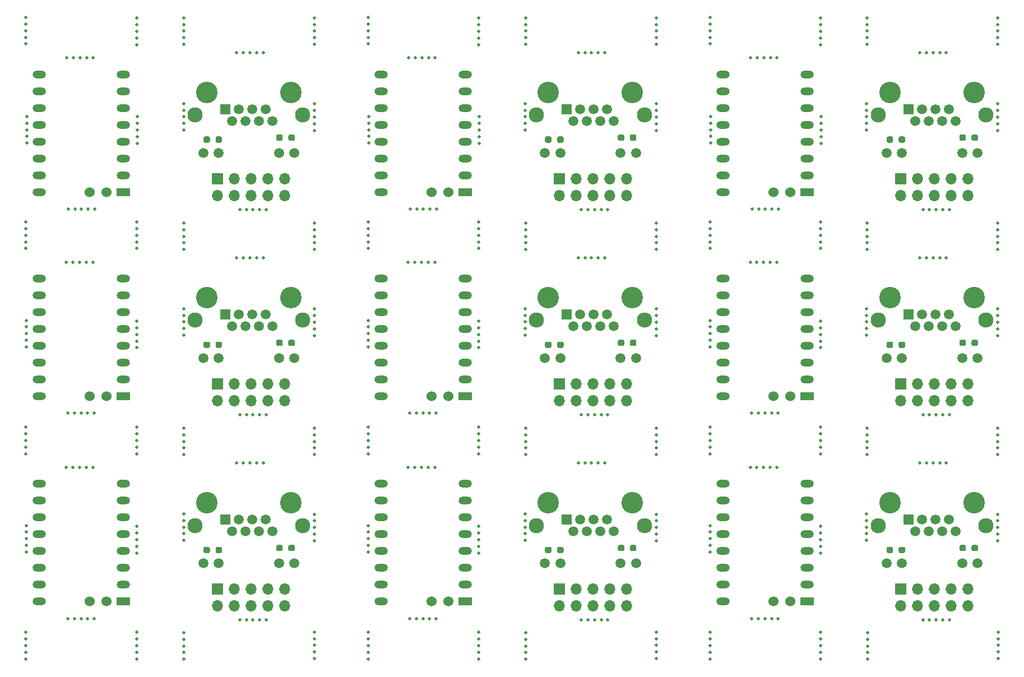
<source format=gbr>
%TF.GenerationSoftware,KiCad,Pcbnew,(5.1.8)-1*%
%TF.CreationDate,2021-02-10T13:28:33-06:00*%
%TF.ProjectId,PanelDrivers,50616e65-6c44-4726-9976-6572732e6b69,rev?*%
%TF.SameCoordinates,Original*%
%TF.FileFunction,Soldermask,Bot*%
%TF.FilePolarity,Negative*%
%FSLAX46Y46*%
G04 Gerber Fmt 4.6, Leading zero omitted, Abs format (unit mm)*
G04 Created by KiCad (PCBNEW (5.1.8)-1) date 2021-02-10 13:28:33*
%MOMM*%
%LPD*%
G01*
G04 APERTURE LIST*
%ADD10R,1.700000X1.700000*%
%ADD11O,1.700000X1.700000*%
%ADD12C,1.500000*%
%ADD13C,2.300000*%
%ADD14C,3.250000*%
%ADD15R,1.500000X1.500000*%
%ADD16C,0.500000*%
%ADD17O,2.000000X1.200000*%
%ADD18R,2.000000X1.200000*%
%ADD19C,1.524000*%
G04 APERTURE END LIST*
D10*
%TO.C,J5*%
X183456000Y-138612000D03*
D11*
X183456000Y-141152000D03*
X185996000Y-138612000D03*
X185996000Y-141152000D03*
X188536000Y-138612000D03*
X188536000Y-141152000D03*
X191076000Y-138612000D03*
X191076000Y-141152000D03*
X193616000Y-138612000D03*
X193616000Y-141152000D03*
%TD*%
D10*
%TO.C,J5*%
X131856000Y-138612000D03*
D11*
X131856000Y-141152000D03*
X134396000Y-138612000D03*
X134396000Y-141152000D03*
X136936000Y-138612000D03*
X136936000Y-141152000D03*
X139476000Y-138612000D03*
X139476000Y-141152000D03*
X142016000Y-138612000D03*
X142016000Y-141152000D03*
%TD*%
D10*
%TO.C,J5*%
X80256000Y-138612000D03*
D11*
X80256000Y-141152000D03*
X82796000Y-138612000D03*
X82796000Y-141152000D03*
X85336000Y-138612000D03*
X85336000Y-141152000D03*
X87876000Y-138612000D03*
X87876000Y-141152000D03*
X90416000Y-138612000D03*
X90416000Y-141152000D03*
%TD*%
D10*
%TO.C,J5*%
X183456000Y-107612000D03*
D11*
X183456000Y-110152000D03*
X185996000Y-107612000D03*
X185996000Y-110152000D03*
X188536000Y-107612000D03*
X188536000Y-110152000D03*
X191076000Y-107612000D03*
X191076000Y-110152000D03*
X193616000Y-107612000D03*
X193616000Y-110152000D03*
%TD*%
D10*
%TO.C,J5*%
X131856000Y-107612000D03*
D11*
X131856000Y-110152000D03*
X134396000Y-107612000D03*
X134396000Y-110152000D03*
X136936000Y-107612000D03*
X136936000Y-110152000D03*
X139476000Y-107612000D03*
X139476000Y-110152000D03*
X142016000Y-107612000D03*
X142016000Y-110152000D03*
%TD*%
D10*
%TO.C,J5*%
X80256000Y-107612000D03*
D11*
X80256000Y-110152000D03*
X82796000Y-107612000D03*
X82796000Y-110152000D03*
X85336000Y-107612000D03*
X85336000Y-110152000D03*
X87876000Y-107612000D03*
X87876000Y-110152000D03*
X90416000Y-107612000D03*
X90416000Y-110152000D03*
%TD*%
D10*
%TO.C,J5*%
X183456000Y-76612000D03*
D11*
X183456000Y-79152000D03*
X185996000Y-76612000D03*
X185996000Y-79152000D03*
X188536000Y-76612000D03*
X188536000Y-79152000D03*
X191076000Y-76612000D03*
X191076000Y-79152000D03*
X193616000Y-76612000D03*
X193616000Y-79152000D03*
%TD*%
D10*
%TO.C,J5*%
X131856000Y-76612000D03*
D11*
X131856000Y-79152000D03*
X134396000Y-76612000D03*
X134396000Y-79152000D03*
X136936000Y-76612000D03*
X136936000Y-79152000D03*
X139476000Y-76612000D03*
X139476000Y-79152000D03*
X142016000Y-76612000D03*
X142016000Y-79152000D03*
%TD*%
D12*
%TO.C,J6*%
X195020000Y-134700000D03*
X192730000Y-134700000D03*
X183590000Y-134700000D03*
X181300000Y-134700000D03*
D13*
X180030000Y-128990000D03*
X196290000Y-128990000D03*
D14*
X194510000Y-125560000D03*
X181810000Y-125560000D03*
D12*
X191712000Y-129880000D03*
X189680000Y-129880000D03*
X187648000Y-129880000D03*
X185616000Y-129880000D03*
X190696000Y-128100000D03*
X188664000Y-128100000D03*
X186632000Y-128100000D03*
D15*
X184600000Y-128100000D03*
%TD*%
D12*
%TO.C,J6*%
X143420000Y-134700000D03*
X141130000Y-134700000D03*
X131990000Y-134700000D03*
X129700000Y-134700000D03*
D13*
X128430000Y-128990000D03*
X144690000Y-128990000D03*
D14*
X142910000Y-125560000D03*
X130210000Y-125560000D03*
D12*
X140112000Y-129880000D03*
X138080000Y-129880000D03*
X136048000Y-129880000D03*
X134016000Y-129880000D03*
X139096000Y-128100000D03*
X137064000Y-128100000D03*
X135032000Y-128100000D03*
D15*
X133000000Y-128100000D03*
%TD*%
D12*
%TO.C,J6*%
X91820000Y-134700000D03*
X89530000Y-134700000D03*
X80390000Y-134700000D03*
X78100000Y-134700000D03*
D13*
X76830000Y-128990000D03*
X93090000Y-128990000D03*
D14*
X91310000Y-125560000D03*
X78610000Y-125560000D03*
D12*
X88512000Y-129880000D03*
X86480000Y-129880000D03*
X84448000Y-129880000D03*
X82416000Y-129880000D03*
X87496000Y-128100000D03*
X85464000Y-128100000D03*
X83432000Y-128100000D03*
D15*
X81400000Y-128100000D03*
%TD*%
D12*
%TO.C,J6*%
X195020000Y-103700000D03*
X192730000Y-103700000D03*
X183590000Y-103700000D03*
X181300000Y-103700000D03*
D13*
X180030000Y-97990000D03*
X196290000Y-97990000D03*
D14*
X194510000Y-94560000D03*
X181810000Y-94560000D03*
D12*
X191712000Y-98880000D03*
X189680000Y-98880000D03*
X187648000Y-98880000D03*
X185616000Y-98880000D03*
X190696000Y-97100000D03*
X188664000Y-97100000D03*
X186632000Y-97100000D03*
D15*
X184600000Y-97100000D03*
%TD*%
D12*
%TO.C,J6*%
X143420000Y-103700000D03*
X141130000Y-103700000D03*
X131990000Y-103700000D03*
X129700000Y-103700000D03*
D13*
X128430000Y-97990000D03*
X144690000Y-97990000D03*
D14*
X142910000Y-94560000D03*
X130210000Y-94560000D03*
D12*
X140112000Y-98880000D03*
X138080000Y-98880000D03*
X136048000Y-98880000D03*
X134016000Y-98880000D03*
X139096000Y-97100000D03*
X137064000Y-97100000D03*
X135032000Y-97100000D03*
D15*
X133000000Y-97100000D03*
%TD*%
D12*
%TO.C,J6*%
X91820000Y-103700000D03*
X89530000Y-103700000D03*
X80390000Y-103700000D03*
X78100000Y-103700000D03*
D13*
X76830000Y-97990000D03*
X93090000Y-97990000D03*
D14*
X91310000Y-94560000D03*
X78610000Y-94560000D03*
D12*
X88512000Y-98880000D03*
X86480000Y-98880000D03*
X84448000Y-98880000D03*
X82416000Y-98880000D03*
X87496000Y-97100000D03*
X85464000Y-97100000D03*
X83432000Y-97100000D03*
D15*
X81400000Y-97100000D03*
%TD*%
D12*
%TO.C,J6*%
X195020000Y-72700000D03*
X192730000Y-72700000D03*
X183590000Y-72700000D03*
X181300000Y-72700000D03*
D13*
X180030000Y-66990000D03*
X196290000Y-66990000D03*
D14*
X194510000Y-63560000D03*
X181810000Y-63560000D03*
D12*
X191712000Y-67880000D03*
X189680000Y-67880000D03*
X187648000Y-67880000D03*
X185616000Y-67880000D03*
X190696000Y-66100000D03*
X188664000Y-66100000D03*
X186632000Y-66100000D03*
D15*
X184600000Y-66100000D03*
%TD*%
D12*
%TO.C,J6*%
X143420000Y-72700000D03*
X141130000Y-72700000D03*
X131990000Y-72700000D03*
X129700000Y-72700000D03*
D13*
X128430000Y-66990000D03*
X144690000Y-66990000D03*
D14*
X142910000Y-63560000D03*
X130210000Y-63560000D03*
D12*
X140112000Y-67880000D03*
X138080000Y-67880000D03*
X136048000Y-67880000D03*
X134016000Y-67880000D03*
X139096000Y-66100000D03*
X137064000Y-66100000D03*
X135032000Y-66100000D03*
D15*
X133000000Y-66100000D03*
%TD*%
%TO.C,R40*%
G36*
G01*
X194125000Y-132637500D02*
X194125000Y-132162500D01*
G75*
G02*
X194362500Y-131925000I237500J0D01*
G01*
X194862500Y-131925000D01*
G75*
G02*
X195100000Y-132162500I0J-237500D01*
G01*
X195100000Y-132637500D01*
G75*
G02*
X194862500Y-132875000I-237500J0D01*
G01*
X194362500Y-132875000D01*
G75*
G02*
X194125000Y-132637500I0J237500D01*
G01*
G37*
G36*
G01*
X192300000Y-132637500D02*
X192300000Y-132162500D01*
G75*
G02*
X192537500Y-131925000I237500J0D01*
G01*
X193037500Y-131925000D01*
G75*
G02*
X193275000Y-132162500I0J-237500D01*
G01*
X193275000Y-132637500D01*
G75*
G02*
X193037500Y-132875000I-237500J0D01*
G01*
X192537500Y-132875000D01*
G75*
G02*
X192300000Y-132637500I0J237500D01*
G01*
G37*
%TD*%
%TO.C,R40*%
G36*
G01*
X142525000Y-132637500D02*
X142525000Y-132162500D01*
G75*
G02*
X142762500Y-131925000I237500J0D01*
G01*
X143262500Y-131925000D01*
G75*
G02*
X143500000Y-132162500I0J-237500D01*
G01*
X143500000Y-132637500D01*
G75*
G02*
X143262500Y-132875000I-237500J0D01*
G01*
X142762500Y-132875000D01*
G75*
G02*
X142525000Y-132637500I0J237500D01*
G01*
G37*
G36*
G01*
X140700000Y-132637500D02*
X140700000Y-132162500D01*
G75*
G02*
X140937500Y-131925000I237500J0D01*
G01*
X141437500Y-131925000D01*
G75*
G02*
X141675000Y-132162500I0J-237500D01*
G01*
X141675000Y-132637500D01*
G75*
G02*
X141437500Y-132875000I-237500J0D01*
G01*
X140937500Y-132875000D01*
G75*
G02*
X140700000Y-132637500I0J237500D01*
G01*
G37*
%TD*%
%TO.C,R40*%
G36*
G01*
X90925000Y-132637500D02*
X90925000Y-132162500D01*
G75*
G02*
X91162500Y-131925000I237500J0D01*
G01*
X91662500Y-131925000D01*
G75*
G02*
X91900000Y-132162500I0J-237500D01*
G01*
X91900000Y-132637500D01*
G75*
G02*
X91662500Y-132875000I-237500J0D01*
G01*
X91162500Y-132875000D01*
G75*
G02*
X90925000Y-132637500I0J237500D01*
G01*
G37*
G36*
G01*
X89100000Y-132637500D02*
X89100000Y-132162500D01*
G75*
G02*
X89337500Y-131925000I237500J0D01*
G01*
X89837500Y-131925000D01*
G75*
G02*
X90075000Y-132162500I0J-237500D01*
G01*
X90075000Y-132637500D01*
G75*
G02*
X89837500Y-132875000I-237500J0D01*
G01*
X89337500Y-132875000D01*
G75*
G02*
X89100000Y-132637500I0J237500D01*
G01*
G37*
%TD*%
%TO.C,R40*%
G36*
G01*
X194125000Y-101637500D02*
X194125000Y-101162500D01*
G75*
G02*
X194362500Y-100925000I237500J0D01*
G01*
X194862500Y-100925000D01*
G75*
G02*
X195100000Y-101162500I0J-237500D01*
G01*
X195100000Y-101637500D01*
G75*
G02*
X194862500Y-101875000I-237500J0D01*
G01*
X194362500Y-101875000D01*
G75*
G02*
X194125000Y-101637500I0J237500D01*
G01*
G37*
G36*
G01*
X192300000Y-101637500D02*
X192300000Y-101162500D01*
G75*
G02*
X192537500Y-100925000I237500J0D01*
G01*
X193037500Y-100925000D01*
G75*
G02*
X193275000Y-101162500I0J-237500D01*
G01*
X193275000Y-101637500D01*
G75*
G02*
X193037500Y-101875000I-237500J0D01*
G01*
X192537500Y-101875000D01*
G75*
G02*
X192300000Y-101637500I0J237500D01*
G01*
G37*
%TD*%
%TO.C,R40*%
G36*
G01*
X142525000Y-101637500D02*
X142525000Y-101162500D01*
G75*
G02*
X142762500Y-100925000I237500J0D01*
G01*
X143262500Y-100925000D01*
G75*
G02*
X143500000Y-101162500I0J-237500D01*
G01*
X143500000Y-101637500D01*
G75*
G02*
X143262500Y-101875000I-237500J0D01*
G01*
X142762500Y-101875000D01*
G75*
G02*
X142525000Y-101637500I0J237500D01*
G01*
G37*
G36*
G01*
X140700000Y-101637500D02*
X140700000Y-101162500D01*
G75*
G02*
X140937500Y-100925000I237500J0D01*
G01*
X141437500Y-100925000D01*
G75*
G02*
X141675000Y-101162500I0J-237500D01*
G01*
X141675000Y-101637500D01*
G75*
G02*
X141437500Y-101875000I-237500J0D01*
G01*
X140937500Y-101875000D01*
G75*
G02*
X140700000Y-101637500I0J237500D01*
G01*
G37*
%TD*%
%TO.C,R40*%
G36*
G01*
X90925000Y-101637500D02*
X90925000Y-101162500D01*
G75*
G02*
X91162500Y-100925000I237500J0D01*
G01*
X91662500Y-100925000D01*
G75*
G02*
X91900000Y-101162500I0J-237500D01*
G01*
X91900000Y-101637500D01*
G75*
G02*
X91662500Y-101875000I-237500J0D01*
G01*
X91162500Y-101875000D01*
G75*
G02*
X90925000Y-101637500I0J237500D01*
G01*
G37*
G36*
G01*
X89100000Y-101637500D02*
X89100000Y-101162500D01*
G75*
G02*
X89337500Y-100925000I237500J0D01*
G01*
X89837500Y-100925000D01*
G75*
G02*
X90075000Y-101162500I0J-237500D01*
G01*
X90075000Y-101637500D01*
G75*
G02*
X89837500Y-101875000I-237500J0D01*
G01*
X89337500Y-101875000D01*
G75*
G02*
X89100000Y-101637500I0J237500D01*
G01*
G37*
%TD*%
%TO.C,R40*%
G36*
G01*
X194125000Y-70637500D02*
X194125000Y-70162500D01*
G75*
G02*
X194362500Y-69925000I237500J0D01*
G01*
X194862500Y-69925000D01*
G75*
G02*
X195100000Y-70162500I0J-237500D01*
G01*
X195100000Y-70637500D01*
G75*
G02*
X194862500Y-70875000I-237500J0D01*
G01*
X194362500Y-70875000D01*
G75*
G02*
X194125000Y-70637500I0J237500D01*
G01*
G37*
G36*
G01*
X192300000Y-70637500D02*
X192300000Y-70162500D01*
G75*
G02*
X192537500Y-69925000I237500J0D01*
G01*
X193037500Y-69925000D01*
G75*
G02*
X193275000Y-70162500I0J-237500D01*
G01*
X193275000Y-70637500D01*
G75*
G02*
X193037500Y-70875000I-237500J0D01*
G01*
X192537500Y-70875000D01*
G75*
G02*
X192300000Y-70637500I0J237500D01*
G01*
G37*
%TD*%
%TO.C,R40*%
G36*
G01*
X142525000Y-70637500D02*
X142525000Y-70162500D01*
G75*
G02*
X142762500Y-69925000I237500J0D01*
G01*
X143262500Y-69925000D01*
G75*
G02*
X143500000Y-70162500I0J-237500D01*
G01*
X143500000Y-70637500D01*
G75*
G02*
X143262500Y-70875000I-237500J0D01*
G01*
X142762500Y-70875000D01*
G75*
G02*
X142525000Y-70637500I0J237500D01*
G01*
G37*
G36*
G01*
X140700000Y-70637500D02*
X140700000Y-70162500D01*
G75*
G02*
X140937500Y-69925000I237500J0D01*
G01*
X141437500Y-69925000D01*
G75*
G02*
X141675000Y-70162500I0J-237500D01*
G01*
X141675000Y-70637500D01*
G75*
G02*
X141437500Y-70875000I-237500J0D01*
G01*
X140937500Y-70875000D01*
G75*
G02*
X140700000Y-70637500I0J237500D01*
G01*
G37*
%TD*%
%TO.C,R41*%
G36*
G01*
X181300000Y-132937500D02*
X181300000Y-132462500D01*
G75*
G02*
X181537500Y-132225000I237500J0D01*
G01*
X182037500Y-132225000D01*
G75*
G02*
X182275000Y-132462500I0J-237500D01*
G01*
X182275000Y-132937500D01*
G75*
G02*
X182037500Y-133175000I-237500J0D01*
G01*
X181537500Y-133175000D01*
G75*
G02*
X181300000Y-132937500I0J237500D01*
G01*
G37*
G36*
G01*
X183125000Y-132937500D02*
X183125000Y-132462500D01*
G75*
G02*
X183362500Y-132225000I237500J0D01*
G01*
X183862500Y-132225000D01*
G75*
G02*
X184100000Y-132462500I0J-237500D01*
G01*
X184100000Y-132937500D01*
G75*
G02*
X183862500Y-133175000I-237500J0D01*
G01*
X183362500Y-133175000D01*
G75*
G02*
X183125000Y-132937500I0J237500D01*
G01*
G37*
%TD*%
%TO.C,R41*%
G36*
G01*
X129700000Y-132937500D02*
X129700000Y-132462500D01*
G75*
G02*
X129937500Y-132225000I237500J0D01*
G01*
X130437500Y-132225000D01*
G75*
G02*
X130675000Y-132462500I0J-237500D01*
G01*
X130675000Y-132937500D01*
G75*
G02*
X130437500Y-133175000I-237500J0D01*
G01*
X129937500Y-133175000D01*
G75*
G02*
X129700000Y-132937500I0J237500D01*
G01*
G37*
G36*
G01*
X131525000Y-132937500D02*
X131525000Y-132462500D01*
G75*
G02*
X131762500Y-132225000I237500J0D01*
G01*
X132262500Y-132225000D01*
G75*
G02*
X132500000Y-132462500I0J-237500D01*
G01*
X132500000Y-132937500D01*
G75*
G02*
X132262500Y-133175000I-237500J0D01*
G01*
X131762500Y-133175000D01*
G75*
G02*
X131525000Y-132937500I0J237500D01*
G01*
G37*
%TD*%
%TO.C,R41*%
G36*
G01*
X78100000Y-132937500D02*
X78100000Y-132462500D01*
G75*
G02*
X78337500Y-132225000I237500J0D01*
G01*
X78837500Y-132225000D01*
G75*
G02*
X79075000Y-132462500I0J-237500D01*
G01*
X79075000Y-132937500D01*
G75*
G02*
X78837500Y-133175000I-237500J0D01*
G01*
X78337500Y-133175000D01*
G75*
G02*
X78100000Y-132937500I0J237500D01*
G01*
G37*
G36*
G01*
X79925000Y-132937500D02*
X79925000Y-132462500D01*
G75*
G02*
X80162500Y-132225000I237500J0D01*
G01*
X80662500Y-132225000D01*
G75*
G02*
X80900000Y-132462500I0J-237500D01*
G01*
X80900000Y-132937500D01*
G75*
G02*
X80662500Y-133175000I-237500J0D01*
G01*
X80162500Y-133175000D01*
G75*
G02*
X79925000Y-132937500I0J237500D01*
G01*
G37*
%TD*%
%TO.C,R41*%
G36*
G01*
X181300000Y-101937500D02*
X181300000Y-101462500D01*
G75*
G02*
X181537500Y-101225000I237500J0D01*
G01*
X182037500Y-101225000D01*
G75*
G02*
X182275000Y-101462500I0J-237500D01*
G01*
X182275000Y-101937500D01*
G75*
G02*
X182037500Y-102175000I-237500J0D01*
G01*
X181537500Y-102175000D01*
G75*
G02*
X181300000Y-101937500I0J237500D01*
G01*
G37*
G36*
G01*
X183125000Y-101937500D02*
X183125000Y-101462500D01*
G75*
G02*
X183362500Y-101225000I237500J0D01*
G01*
X183862500Y-101225000D01*
G75*
G02*
X184100000Y-101462500I0J-237500D01*
G01*
X184100000Y-101937500D01*
G75*
G02*
X183862500Y-102175000I-237500J0D01*
G01*
X183362500Y-102175000D01*
G75*
G02*
X183125000Y-101937500I0J237500D01*
G01*
G37*
%TD*%
%TO.C,R41*%
G36*
G01*
X129700000Y-101937500D02*
X129700000Y-101462500D01*
G75*
G02*
X129937500Y-101225000I237500J0D01*
G01*
X130437500Y-101225000D01*
G75*
G02*
X130675000Y-101462500I0J-237500D01*
G01*
X130675000Y-101937500D01*
G75*
G02*
X130437500Y-102175000I-237500J0D01*
G01*
X129937500Y-102175000D01*
G75*
G02*
X129700000Y-101937500I0J237500D01*
G01*
G37*
G36*
G01*
X131525000Y-101937500D02*
X131525000Y-101462500D01*
G75*
G02*
X131762500Y-101225000I237500J0D01*
G01*
X132262500Y-101225000D01*
G75*
G02*
X132500000Y-101462500I0J-237500D01*
G01*
X132500000Y-101937500D01*
G75*
G02*
X132262500Y-102175000I-237500J0D01*
G01*
X131762500Y-102175000D01*
G75*
G02*
X131525000Y-101937500I0J237500D01*
G01*
G37*
%TD*%
%TO.C,R41*%
G36*
G01*
X78100000Y-101937500D02*
X78100000Y-101462500D01*
G75*
G02*
X78337500Y-101225000I237500J0D01*
G01*
X78837500Y-101225000D01*
G75*
G02*
X79075000Y-101462500I0J-237500D01*
G01*
X79075000Y-101937500D01*
G75*
G02*
X78837500Y-102175000I-237500J0D01*
G01*
X78337500Y-102175000D01*
G75*
G02*
X78100000Y-101937500I0J237500D01*
G01*
G37*
G36*
G01*
X79925000Y-101937500D02*
X79925000Y-101462500D01*
G75*
G02*
X80162500Y-101225000I237500J0D01*
G01*
X80662500Y-101225000D01*
G75*
G02*
X80900000Y-101462500I0J-237500D01*
G01*
X80900000Y-101937500D01*
G75*
G02*
X80662500Y-102175000I-237500J0D01*
G01*
X80162500Y-102175000D01*
G75*
G02*
X79925000Y-101937500I0J237500D01*
G01*
G37*
%TD*%
%TO.C,R41*%
G36*
G01*
X181300000Y-70937500D02*
X181300000Y-70462500D01*
G75*
G02*
X181537500Y-70225000I237500J0D01*
G01*
X182037500Y-70225000D01*
G75*
G02*
X182275000Y-70462500I0J-237500D01*
G01*
X182275000Y-70937500D01*
G75*
G02*
X182037500Y-71175000I-237500J0D01*
G01*
X181537500Y-71175000D01*
G75*
G02*
X181300000Y-70937500I0J237500D01*
G01*
G37*
G36*
G01*
X183125000Y-70937500D02*
X183125000Y-70462500D01*
G75*
G02*
X183362500Y-70225000I237500J0D01*
G01*
X183862500Y-70225000D01*
G75*
G02*
X184100000Y-70462500I0J-237500D01*
G01*
X184100000Y-70937500D01*
G75*
G02*
X183862500Y-71175000I-237500J0D01*
G01*
X183362500Y-71175000D01*
G75*
G02*
X183125000Y-70937500I0J237500D01*
G01*
G37*
%TD*%
%TO.C,R41*%
G36*
G01*
X129700000Y-70937500D02*
X129700000Y-70462500D01*
G75*
G02*
X129937500Y-70225000I237500J0D01*
G01*
X130437500Y-70225000D01*
G75*
G02*
X130675000Y-70462500I0J-237500D01*
G01*
X130675000Y-70937500D01*
G75*
G02*
X130437500Y-71175000I-237500J0D01*
G01*
X129937500Y-71175000D01*
G75*
G02*
X129700000Y-70937500I0J237500D01*
G01*
G37*
G36*
G01*
X131525000Y-70937500D02*
X131525000Y-70462500D01*
G75*
G02*
X131762500Y-70225000I237500J0D01*
G01*
X132262500Y-70225000D01*
G75*
G02*
X132500000Y-70462500I0J-237500D01*
G01*
X132500000Y-70937500D01*
G75*
G02*
X132262500Y-71175000I-237500J0D01*
G01*
X131762500Y-71175000D01*
G75*
G02*
X131525000Y-70937500I0J237500D01*
G01*
G37*
%TD*%
D16*
%TO.C,REF\u002A\u002A*%
X198100000Y-131297400D03*
X198100000Y-127297400D03*
X198100000Y-130297400D03*
X198100000Y-128297400D03*
X198100000Y-129297400D03*
%TD*%
%TO.C,REF\u002A\u002A*%
X146500000Y-131297400D03*
X146500000Y-127297400D03*
X146500000Y-130297400D03*
X146500000Y-128297400D03*
X146500000Y-129297400D03*
%TD*%
%TO.C,REF\u002A\u002A*%
X94900000Y-131297400D03*
X94900000Y-127297400D03*
X94900000Y-130297400D03*
X94900000Y-128297400D03*
X94900000Y-129297400D03*
%TD*%
%TO.C,REF\u002A\u002A*%
X198100000Y-100297400D03*
X198100000Y-96297400D03*
X198100000Y-99297400D03*
X198100000Y-97297400D03*
X198100000Y-98297400D03*
%TD*%
%TO.C,REF\u002A\u002A*%
X146500000Y-100297400D03*
X146500000Y-96297400D03*
X146500000Y-99297400D03*
X146500000Y-97297400D03*
X146500000Y-98297400D03*
%TD*%
%TO.C,REF\u002A\u002A*%
X94900000Y-100297400D03*
X94900000Y-96297400D03*
X94900000Y-99297400D03*
X94900000Y-97297400D03*
X94900000Y-98297400D03*
%TD*%
%TO.C,REF\u002A\u002A*%
X198100000Y-69297400D03*
X198100000Y-65297400D03*
X198100000Y-68297400D03*
X198100000Y-66297400D03*
X198100000Y-67297400D03*
%TD*%
%TO.C,REF\u002A\u002A*%
X146500000Y-69297400D03*
X146500000Y-65297400D03*
X146500000Y-68297400D03*
X146500000Y-66297400D03*
X146500000Y-67297400D03*
%TD*%
%TO.C,REF\u002A\u002A*%
X178300000Y-127246600D03*
X178300000Y-131246600D03*
X178300000Y-128246600D03*
X178300000Y-130246600D03*
X178300000Y-129246600D03*
%TD*%
%TO.C,REF\u002A\u002A*%
X126700000Y-127246600D03*
X126700000Y-131246600D03*
X126700000Y-128246600D03*
X126700000Y-130246600D03*
X126700000Y-129246600D03*
%TD*%
%TO.C,REF\u002A\u002A*%
X75100000Y-127246600D03*
X75100000Y-131246600D03*
X75100000Y-128246600D03*
X75100000Y-130246600D03*
X75100000Y-129246600D03*
%TD*%
%TO.C,REF\u002A\u002A*%
X178300000Y-96246600D03*
X178300000Y-100246600D03*
X178300000Y-97246600D03*
X178300000Y-99246600D03*
X178300000Y-98246600D03*
%TD*%
%TO.C,REF\u002A\u002A*%
X126700000Y-96246600D03*
X126700000Y-100246600D03*
X126700000Y-97246600D03*
X126700000Y-99246600D03*
X126700000Y-98246600D03*
%TD*%
%TO.C,REF\u002A\u002A*%
X75100000Y-96246600D03*
X75100000Y-100246600D03*
X75100000Y-97246600D03*
X75100000Y-99246600D03*
X75100000Y-98246600D03*
%TD*%
%TO.C,REF\u002A\u002A*%
X178300000Y-65246600D03*
X178300000Y-69246600D03*
X178300000Y-66246600D03*
X178300000Y-68246600D03*
X178300000Y-67246600D03*
%TD*%
%TO.C,REF\u002A\u002A*%
X126700000Y-65246600D03*
X126700000Y-69246600D03*
X126700000Y-66246600D03*
X126700000Y-68246600D03*
X126700000Y-67246600D03*
%TD*%
%TO.C,REF\u002A\u002A*%
X178350000Y-116300000D03*
X178350000Y-117300000D03*
X178350000Y-115300000D03*
X178350000Y-118300000D03*
X178350000Y-114300000D03*
%TD*%
%TO.C,REF\u002A\u002A*%
X126750000Y-116300000D03*
X126750000Y-117300000D03*
X126750000Y-115300000D03*
X126750000Y-118300000D03*
X126750000Y-114300000D03*
%TD*%
%TO.C,REF\u002A\u002A*%
X75150000Y-116300000D03*
X75150000Y-117300000D03*
X75150000Y-115300000D03*
X75150000Y-118300000D03*
X75150000Y-114300000D03*
%TD*%
%TO.C,REF\u002A\u002A*%
X178350000Y-85300000D03*
X178350000Y-86300000D03*
X178350000Y-84300000D03*
X178350000Y-87300000D03*
X178350000Y-83300000D03*
%TD*%
%TO.C,REF\u002A\u002A*%
X126750000Y-85300000D03*
X126750000Y-86300000D03*
X126750000Y-84300000D03*
X126750000Y-87300000D03*
X126750000Y-83300000D03*
%TD*%
%TO.C,REF\u002A\u002A*%
X75150000Y-85300000D03*
X75150000Y-86300000D03*
X75150000Y-84300000D03*
X75150000Y-87300000D03*
X75150000Y-83300000D03*
%TD*%
%TO.C,REF\u002A\u002A*%
X178350000Y-54300000D03*
X178350000Y-55300000D03*
X178350000Y-53300000D03*
X178350000Y-56300000D03*
X178350000Y-52300000D03*
%TD*%
%TO.C,REF\u002A\u002A*%
X126750000Y-54300000D03*
X126750000Y-55300000D03*
X126750000Y-53300000D03*
X126750000Y-56300000D03*
X126750000Y-52300000D03*
%TD*%
%TO.C,REF\u002A\u002A*%
X186778200Y-143241000D03*
X190778200Y-143241000D03*
X187778200Y-143241000D03*
X189778200Y-143241000D03*
X188778200Y-143241000D03*
%TD*%
%TO.C,REF\u002A\u002A*%
X135178200Y-143241000D03*
X139178200Y-143241000D03*
X136178200Y-143241000D03*
X138178200Y-143241000D03*
X137178200Y-143241000D03*
%TD*%
%TO.C,REF\u002A\u002A*%
X83578200Y-143241000D03*
X87578200Y-143241000D03*
X84578200Y-143241000D03*
X86578200Y-143241000D03*
X85578200Y-143241000D03*
%TD*%
%TO.C,REF\u002A\u002A*%
X186778200Y-112241000D03*
X190778200Y-112241000D03*
X187778200Y-112241000D03*
X189778200Y-112241000D03*
X188778200Y-112241000D03*
%TD*%
%TO.C,REF\u002A\u002A*%
X135178200Y-112241000D03*
X139178200Y-112241000D03*
X136178200Y-112241000D03*
X138178200Y-112241000D03*
X137178200Y-112241000D03*
%TD*%
%TO.C,REF\u002A\u002A*%
X83578200Y-112241000D03*
X87578200Y-112241000D03*
X84578200Y-112241000D03*
X86578200Y-112241000D03*
X85578200Y-112241000D03*
%TD*%
%TO.C,REF\u002A\u002A*%
X186778200Y-81241000D03*
X190778200Y-81241000D03*
X187778200Y-81241000D03*
X189778200Y-81241000D03*
X188778200Y-81241000D03*
%TD*%
%TO.C,REF\u002A\u002A*%
X135178200Y-81241000D03*
X139178200Y-81241000D03*
X136178200Y-81241000D03*
X138178200Y-81241000D03*
X137178200Y-81241000D03*
%TD*%
%TO.C,REF\u002A\u002A*%
X198100000Y-118300000D03*
X198100000Y-114300000D03*
X198100000Y-117300000D03*
X198100000Y-115300000D03*
X198100000Y-116300000D03*
%TD*%
%TO.C,REF\u002A\u002A*%
X146500000Y-118300000D03*
X146500000Y-114300000D03*
X146500000Y-117300000D03*
X146500000Y-115300000D03*
X146500000Y-116300000D03*
%TD*%
%TO.C,REF\u002A\u002A*%
X94900000Y-118300000D03*
X94900000Y-114300000D03*
X94900000Y-117300000D03*
X94900000Y-115300000D03*
X94900000Y-116300000D03*
%TD*%
%TO.C,REF\u002A\u002A*%
X198100000Y-87300000D03*
X198100000Y-83300000D03*
X198100000Y-86300000D03*
X198100000Y-84300000D03*
X198100000Y-85300000D03*
%TD*%
%TO.C,REF\u002A\u002A*%
X146500000Y-87300000D03*
X146500000Y-83300000D03*
X146500000Y-86300000D03*
X146500000Y-84300000D03*
X146500000Y-85300000D03*
%TD*%
%TO.C,REF\u002A\u002A*%
X94900000Y-87300000D03*
X94900000Y-83300000D03*
X94900000Y-86300000D03*
X94900000Y-84300000D03*
X94900000Y-85300000D03*
%TD*%
%TO.C,REF\u002A\u002A*%
X198100000Y-56300000D03*
X198100000Y-52300000D03*
X198100000Y-55300000D03*
X198100000Y-53300000D03*
X198100000Y-54300000D03*
%TD*%
%TO.C,REF\u002A\u002A*%
X146500000Y-56300000D03*
X146500000Y-52300000D03*
X146500000Y-55300000D03*
X146500000Y-53300000D03*
X146500000Y-54300000D03*
%TD*%
%TO.C,REF\u002A\u002A*%
X190321000Y-119527000D03*
X186321000Y-119527000D03*
X189321000Y-119527000D03*
X187321000Y-119527000D03*
X188321000Y-119527000D03*
%TD*%
%TO.C,REF\u002A\u002A*%
X138721000Y-119527000D03*
X134721000Y-119527000D03*
X137721000Y-119527000D03*
X135721000Y-119527000D03*
X136721000Y-119527000D03*
%TD*%
%TO.C,REF\u002A\u002A*%
X87121000Y-119527000D03*
X83121000Y-119527000D03*
X86121000Y-119527000D03*
X84121000Y-119527000D03*
X85121000Y-119527000D03*
%TD*%
%TO.C,REF\u002A\u002A*%
X190321000Y-88527000D03*
X186321000Y-88527000D03*
X189321000Y-88527000D03*
X187321000Y-88527000D03*
X188321000Y-88527000D03*
%TD*%
%TO.C,REF\u002A\u002A*%
X138721000Y-88527000D03*
X134721000Y-88527000D03*
X137721000Y-88527000D03*
X135721000Y-88527000D03*
X136721000Y-88527000D03*
%TD*%
%TO.C,REF\u002A\u002A*%
X87121000Y-88527000D03*
X83121000Y-88527000D03*
X86121000Y-88527000D03*
X84121000Y-88527000D03*
X85121000Y-88527000D03*
%TD*%
%TO.C,REF\u002A\u002A*%
X190321000Y-57527000D03*
X186321000Y-57527000D03*
X189321000Y-57527000D03*
X187321000Y-57527000D03*
X188321000Y-57527000D03*
%TD*%
%TO.C,REF\u002A\u002A*%
X138721000Y-57527000D03*
X134721000Y-57527000D03*
X137721000Y-57527000D03*
X135721000Y-57527000D03*
X136721000Y-57527000D03*
%TD*%
D11*
%TO.C,J5*%
X90416000Y-79152000D03*
X90416000Y-76612000D03*
X87876000Y-79152000D03*
X87876000Y-76612000D03*
X85336000Y-79152000D03*
X85336000Y-76612000D03*
X82796000Y-79152000D03*
X82796000Y-76612000D03*
X80256000Y-79152000D03*
D10*
X80256000Y-76612000D03*
%TD*%
D16*
%TO.C,REF\u002A\u002A*%
X178450000Y-147200000D03*
X178450000Y-148200000D03*
X178450000Y-146200000D03*
X178450000Y-149200000D03*
X178450000Y-145200000D03*
%TD*%
%TO.C,REF\u002A\u002A*%
X126800000Y-147200000D03*
X126800000Y-148200000D03*
X126800000Y-146200000D03*
X126800000Y-149200000D03*
X126800000Y-145200000D03*
%TD*%
%TO.C,REF\u002A\u002A*%
X198150000Y-147100000D03*
X198150000Y-146100000D03*
X198150000Y-148100000D03*
X198150000Y-145100000D03*
X198150000Y-149100000D03*
%TD*%
%TO.C,REF\u002A\u002A*%
X146500000Y-147100000D03*
X146500000Y-146100000D03*
X146500000Y-148100000D03*
X146500000Y-145100000D03*
X146500000Y-149100000D03*
%TD*%
%TO.C,REF\u002A\u002A*%
X154651300Y-130998700D03*
X154651300Y-131998700D03*
X154651300Y-129998700D03*
X154651300Y-132998700D03*
X154651300Y-128998700D03*
%TD*%
%TO.C,REF\u002A\u002A*%
X103001300Y-130998700D03*
X103001300Y-131998700D03*
X103001300Y-129998700D03*
X103001300Y-132998700D03*
X103001300Y-128998700D03*
%TD*%
D17*
%TO.C,~*%
X156555801Y-140479201D03*
D18*
X169255801Y-140479201D03*
D17*
X156555801Y-137939201D03*
X169255801Y-137939201D03*
X156555801Y-135399201D03*
X169255801Y-135399201D03*
X156555801Y-132859201D03*
X169255801Y-132859201D03*
X156555801Y-130319201D03*
X169255801Y-130319201D03*
X156555801Y-127779201D03*
X169255801Y-127779201D03*
X156555801Y-125239201D03*
X169255801Y-125239201D03*
X156555801Y-122699201D03*
X169255801Y-122699201D03*
D19*
X166715801Y-140479201D03*
X164175801Y-140479201D03*
%TD*%
D17*
%TO.C,~*%
X104905801Y-140479201D03*
D18*
X117605801Y-140479201D03*
D17*
X104905801Y-137939201D03*
X117605801Y-137939201D03*
X104905801Y-135399201D03*
X117605801Y-135399201D03*
X104905801Y-132859201D03*
X117605801Y-132859201D03*
X104905801Y-130319201D03*
X117605801Y-130319201D03*
X104905801Y-127779201D03*
X117605801Y-127779201D03*
X104905801Y-125239201D03*
X117605801Y-125239201D03*
X104905801Y-122699201D03*
X117605801Y-122699201D03*
D19*
X115065801Y-140479201D03*
X112525801Y-140479201D03*
%TD*%
D16*
%TO.C,REF\u002A\u002A*%
X162694500Y-120210700D03*
X161694500Y-120210700D03*
X163694500Y-120210700D03*
X160694500Y-120210700D03*
X164694500Y-120210700D03*
%TD*%
%TO.C,REF\u002A\u002A*%
X111044500Y-120210700D03*
X110044500Y-120210700D03*
X112044500Y-120210700D03*
X109044500Y-120210700D03*
X113044500Y-120210700D03*
%TD*%
%TO.C,REF\u002A\u002A*%
X171300000Y-131136800D03*
X171300000Y-130136800D03*
X171300000Y-132136800D03*
X171300000Y-129136800D03*
X171300000Y-133136800D03*
%TD*%
%TO.C,REF\u002A\u002A*%
X119650000Y-131136800D03*
X119650000Y-130136800D03*
X119650000Y-132136800D03*
X119650000Y-129136800D03*
X119650000Y-133136800D03*
%TD*%
%TO.C,REF\u002A\u002A*%
X154600000Y-145150000D03*
X154600000Y-149150000D03*
X154600000Y-146150000D03*
X154600000Y-148150000D03*
X154600000Y-147150000D03*
%TD*%
%TO.C,REF\u002A\u002A*%
X102950000Y-145150000D03*
X102950000Y-149150000D03*
X102950000Y-146150000D03*
X102950000Y-148150000D03*
X102950000Y-147150000D03*
%TD*%
%TO.C,REF\u002A\u002A*%
X162910400Y-143040800D03*
X163910400Y-143040800D03*
X161910400Y-143040800D03*
X164910400Y-143040800D03*
X160910400Y-143040800D03*
%TD*%
%TO.C,REF\u002A\u002A*%
X111260400Y-143040800D03*
X112260400Y-143040800D03*
X110260400Y-143040800D03*
X113260400Y-143040800D03*
X109260400Y-143040800D03*
%TD*%
%TO.C,REF\u002A\u002A*%
X171300000Y-149150000D03*
X171300000Y-145150000D03*
X171300000Y-148150000D03*
X171300000Y-146150000D03*
X171300000Y-147150000D03*
%TD*%
%TO.C,REF\u002A\u002A*%
X119650000Y-149150000D03*
X119650000Y-145150000D03*
X119650000Y-148150000D03*
X119650000Y-146150000D03*
X119650000Y-147150000D03*
%TD*%
%TO.C,REF\u002A\u002A*%
X154600000Y-52250000D03*
X154600000Y-56250000D03*
X154600000Y-53250000D03*
X154600000Y-55250000D03*
X154600000Y-54250000D03*
%TD*%
%TO.C,REF\u002A\u002A*%
X102950000Y-52250000D03*
X102950000Y-56250000D03*
X102950000Y-53250000D03*
X102950000Y-55250000D03*
X102950000Y-54250000D03*
%TD*%
%TO.C,REF\u002A\u002A*%
X171300000Y-85150000D03*
X171300000Y-84150000D03*
X171300000Y-86150000D03*
X171300000Y-83150000D03*
X171300000Y-87150000D03*
%TD*%
%TO.C,REF\u002A\u002A*%
X119650000Y-85150000D03*
X119650000Y-84150000D03*
X119650000Y-86150000D03*
X119650000Y-83150000D03*
X119650000Y-87150000D03*
%TD*%
%TO.C,REF\u002A\u002A*%
X171300000Y-56350000D03*
X171300000Y-52350000D03*
X171300000Y-55350000D03*
X171300000Y-53350000D03*
X171300000Y-54350000D03*
%TD*%
%TO.C,REF\u002A\u002A*%
X119650000Y-56350000D03*
X119650000Y-52350000D03*
X119650000Y-55350000D03*
X119650000Y-53350000D03*
X119650000Y-54350000D03*
%TD*%
%TO.C,REF\u002A\u002A*%
X171300000Y-116150000D03*
X171300000Y-115150000D03*
X171300000Y-117150000D03*
X171300000Y-114150000D03*
X171300000Y-118150000D03*
%TD*%
%TO.C,REF\u002A\u002A*%
X119650000Y-116150000D03*
X119650000Y-115150000D03*
X119650000Y-117150000D03*
X119650000Y-114150000D03*
X119650000Y-118150000D03*
%TD*%
%TO.C,REF\u002A\u002A*%
X154709700Y-69214700D03*
X154709700Y-70214700D03*
X154709700Y-68214700D03*
X154709700Y-71214700D03*
X154709700Y-67214700D03*
%TD*%
%TO.C,REF\u002A\u002A*%
X103059700Y-69214700D03*
X103059700Y-70214700D03*
X103059700Y-68214700D03*
X103059700Y-71214700D03*
X103059700Y-67214700D03*
%TD*%
%TO.C,REF\u002A\u002A*%
X171400000Y-69250000D03*
X171400000Y-68250000D03*
X171400000Y-70250000D03*
X171400000Y-67250000D03*
X171400000Y-71250000D03*
%TD*%
%TO.C,REF\u002A\u002A*%
X119750000Y-69250000D03*
X119750000Y-68250000D03*
X119750000Y-70250000D03*
X119750000Y-67250000D03*
X119750000Y-71250000D03*
%TD*%
%TO.C,REF\u002A\u002A*%
X162752900Y-58326700D03*
X161752900Y-58326700D03*
X163752900Y-58326700D03*
X160752900Y-58326700D03*
X164752900Y-58326700D03*
%TD*%
%TO.C,REF\u002A\u002A*%
X111102900Y-58326700D03*
X110102900Y-58326700D03*
X112102900Y-58326700D03*
X109102900Y-58326700D03*
X113102900Y-58326700D03*
%TD*%
D19*
%TO.C,J3*%
X166787800Y-78616400D03*
X164247800Y-78616400D03*
X164247800Y-78616400D03*
D17*
X169327800Y-60836400D03*
X156627800Y-60836400D03*
X169327800Y-63376400D03*
X156627800Y-63376400D03*
X169327800Y-65916400D03*
X156627800Y-65916400D03*
X169327800Y-68456400D03*
X156627800Y-68456400D03*
X169327800Y-70996400D03*
X156627800Y-70996400D03*
X169327800Y-73536400D03*
X156627800Y-73536400D03*
X169327800Y-76076400D03*
X156627800Y-76076400D03*
D18*
X169327800Y-78616400D03*
D17*
X156627800Y-78616400D03*
%TD*%
D19*
%TO.C,J3*%
X115137800Y-78616400D03*
X112597800Y-78616400D03*
X112597800Y-78616400D03*
D17*
X117677800Y-60836400D03*
X104977800Y-60836400D03*
X117677800Y-63376400D03*
X104977800Y-63376400D03*
X117677800Y-65916400D03*
X104977800Y-65916400D03*
X117677800Y-68456400D03*
X104977800Y-68456400D03*
X117677800Y-70996400D03*
X104977800Y-70996400D03*
X117677800Y-73536400D03*
X104977800Y-73536400D03*
X117677800Y-76076400D03*
X104977800Y-76076400D03*
D18*
X117677800Y-78616400D03*
D17*
X104977800Y-78616400D03*
%TD*%
D16*
%TO.C,REF\u002A\u002A*%
X162968800Y-81156800D03*
X163968800Y-81156800D03*
X161968800Y-81156800D03*
X164968800Y-81156800D03*
X160968800Y-81156800D03*
%TD*%
%TO.C,REF\u002A\u002A*%
X111318800Y-81156800D03*
X112318800Y-81156800D03*
X110318800Y-81156800D03*
X113318800Y-81156800D03*
X109318800Y-81156800D03*
%TD*%
D19*
%TO.C,~*%
X164175801Y-109479201D03*
X166715801Y-109479201D03*
D17*
X169255801Y-91699201D03*
X156555801Y-91699201D03*
X169255801Y-94239201D03*
X156555801Y-94239201D03*
X169255801Y-96779201D03*
X156555801Y-96779201D03*
X169255801Y-99319201D03*
X156555801Y-99319201D03*
X169255801Y-101859201D03*
X156555801Y-101859201D03*
X169255801Y-104399201D03*
X156555801Y-104399201D03*
X169255801Y-106939201D03*
X156555801Y-106939201D03*
D18*
X169255801Y-109479201D03*
D17*
X156555801Y-109479201D03*
%TD*%
D19*
%TO.C,~*%
X112525801Y-109479201D03*
X115065801Y-109479201D03*
D17*
X117605801Y-91699201D03*
X104905801Y-91699201D03*
X117605801Y-94239201D03*
X104905801Y-94239201D03*
X117605801Y-96779201D03*
X104905801Y-96779201D03*
X117605801Y-99319201D03*
X104905801Y-99319201D03*
X117605801Y-101859201D03*
X104905801Y-101859201D03*
X117605801Y-104399201D03*
X104905801Y-104399201D03*
X117605801Y-106939201D03*
X104905801Y-106939201D03*
D18*
X117605801Y-109479201D03*
D17*
X104905801Y-109479201D03*
%TD*%
D16*
%TO.C,REF\u002A\u002A*%
X164694500Y-89210700D03*
X160694500Y-89210700D03*
X163694500Y-89210700D03*
X161694500Y-89210700D03*
X162694500Y-89210700D03*
%TD*%
%TO.C,REF\u002A\u002A*%
X113044500Y-89210700D03*
X109044500Y-89210700D03*
X112044500Y-89210700D03*
X110044500Y-89210700D03*
X111044500Y-89210700D03*
%TD*%
%TO.C,REF\u002A\u002A*%
X171300000Y-102136800D03*
X171300000Y-98136800D03*
X171300000Y-101136800D03*
X171300000Y-99136800D03*
X171300000Y-100136800D03*
%TD*%
%TO.C,REF\u002A\u002A*%
X119650000Y-102136800D03*
X119650000Y-98136800D03*
X119650000Y-101136800D03*
X119650000Y-99136800D03*
X119650000Y-100136800D03*
%TD*%
%TO.C,REF\u002A\u002A*%
X154600000Y-83150000D03*
X154600000Y-87150000D03*
X154600000Y-84150000D03*
X154600000Y-86150000D03*
X154600000Y-85150000D03*
%TD*%
%TO.C,REF\u002A\u002A*%
X102950000Y-83150000D03*
X102950000Y-87150000D03*
X102950000Y-84150000D03*
X102950000Y-86150000D03*
X102950000Y-85150000D03*
%TD*%
%TO.C,REF\u002A\u002A*%
X154600000Y-116150000D03*
X154600000Y-117150000D03*
X154600000Y-115150000D03*
X154600000Y-118150000D03*
X154600000Y-114150000D03*
%TD*%
%TO.C,REF\u002A\u002A*%
X102950000Y-116150000D03*
X102950000Y-117150000D03*
X102950000Y-115150000D03*
X102950000Y-118150000D03*
X102950000Y-114150000D03*
%TD*%
%TO.C,REF\u002A\u002A*%
X160910400Y-112040800D03*
X164910400Y-112040800D03*
X161910400Y-112040800D03*
X163910400Y-112040800D03*
X162910400Y-112040800D03*
%TD*%
%TO.C,REF\u002A\u002A*%
X109260400Y-112040800D03*
X113260400Y-112040800D03*
X110260400Y-112040800D03*
X112260400Y-112040800D03*
X111260400Y-112040800D03*
%TD*%
%TO.C,REF\u002A\u002A*%
X154651300Y-97998700D03*
X154651300Y-101998700D03*
X154651300Y-98998700D03*
X154651300Y-100998700D03*
X154651300Y-99998700D03*
%TD*%
%TO.C,REF\u002A\u002A*%
X103001300Y-97998700D03*
X103001300Y-101998700D03*
X103001300Y-98998700D03*
X103001300Y-100998700D03*
X103001300Y-99998700D03*
%TD*%
%TO.C,REF\u002A\u002A*%
X75150000Y-145200000D03*
X75150000Y-149200000D03*
X75150000Y-146200000D03*
X75150000Y-148200000D03*
X75150000Y-147200000D03*
%TD*%
%TO.C,REF\u002A\u002A*%
X94850000Y-149100000D03*
X94850000Y-145100000D03*
X94850000Y-148100000D03*
X94850000Y-146100000D03*
X94850000Y-147100000D03*
%TD*%
%TO.C,REF\u002A\u002A*%
X68000000Y-147150000D03*
X68000000Y-146150000D03*
X68000000Y-148150000D03*
X68000000Y-145150000D03*
X68000000Y-149150000D03*
%TD*%
D19*
%TO.C,~*%
X60875801Y-140479201D03*
X63415801Y-140479201D03*
D17*
X65955801Y-122699201D03*
X53255801Y-122699201D03*
X65955801Y-125239201D03*
X53255801Y-125239201D03*
X65955801Y-127779201D03*
X53255801Y-127779201D03*
X65955801Y-130319201D03*
X53255801Y-130319201D03*
X65955801Y-132859201D03*
X53255801Y-132859201D03*
X65955801Y-135399201D03*
X53255801Y-135399201D03*
X65955801Y-137939201D03*
X53255801Y-137939201D03*
D18*
X65955801Y-140479201D03*
D17*
X53255801Y-140479201D03*
%TD*%
D16*
%TO.C,REF\u002A\u002A*%
X61394500Y-120210700D03*
X57394500Y-120210700D03*
X60394500Y-120210700D03*
X58394500Y-120210700D03*
X59394500Y-120210700D03*
%TD*%
%TO.C,REF\u002A\u002A*%
X68000000Y-133136800D03*
X68000000Y-129136800D03*
X68000000Y-132136800D03*
X68000000Y-130136800D03*
X68000000Y-131136800D03*
%TD*%
%TO.C,REF\u002A\u002A*%
X51300000Y-147150000D03*
X51300000Y-148150000D03*
X51300000Y-146150000D03*
X51300000Y-149150000D03*
X51300000Y-145150000D03*
%TD*%
%TO.C,REF\u002A\u002A*%
X57610400Y-143040800D03*
X61610400Y-143040800D03*
X58610400Y-143040800D03*
X60610400Y-143040800D03*
X59610400Y-143040800D03*
%TD*%
%TO.C,REF\u002A\u002A*%
X51351300Y-128998700D03*
X51351300Y-132998700D03*
X51351300Y-129998700D03*
X51351300Y-131998700D03*
X51351300Y-130998700D03*
%TD*%
%TO.C,REF\u002A\u002A*%
X94900000Y-54300000D03*
X94900000Y-53300000D03*
X94900000Y-55300000D03*
X94900000Y-52300000D03*
X94900000Y-56300000D03*
%TD*%
%TO.C,REF\u002A\u002A*%
X75150000Y-52300000D03*
X75150000Y-56300000D03*
X75150000Y-53300000D03*
X75150000Y-55300000D03*
X75150000Y-54300000D03*
%TD*%
%TO.C,REF\u002A\u002A*%
X51300000Y-54250000D03*
X51300000Y-55250000D03*
X51300000Y-53250000D03*
X51300000Y-56250000D03*
X51300000Y-52250000D03*
%TD*%
%TO.C,REF\u002A\u002A*%
X68000000Y-118150000D03*
X68000000Y-114150000D03*
X68000000Y-117150000D03*
X68000000Y-115150000D03*
X68000000Y-116150000D03*
%TD*%
%TO.C,REF\u002A\u002A*%
X68000000Y-54350000D03*
X68000000Y-53350000D03*
X68000000Y-55350000D03*
X68000000Y-52350000D03*
X68000000Y-56350000D03*
%TD*%
%TO.C,REF\u002A\u002A*%
X68000000Y-87150000D03*
X68000000Y-83150000D03*
X68000000Y-86150000D03*
X68000000Y-84150000D03*
X68000000Y-85150000D03*
%TD*%
%TO.C,REF\u002A\u002A*%
X61452900Y-58326700D03*
X57452900Y-58326700D03*
X60452900Y-58326700D03*
X58452900Y-58326700D03*
X59452900Y-58326700D03*
%TD*%
%TO.C,REF\u002A\u002A*%
X51409700Y-67214700D03*
X51409700Y-71214700D03*
X51409700Y-68214700D03*
X51409700Y-70214700D03*
X51409700Y-69214700D03*
%TD*%
%TO.C,REF\u002A\u002A*%
X68100000Y-71250000D03*
X68100000Y-67250000D03*
X68100000Y-70250000D03*
X68100000Y-68250000D03*
X68100000Y-69250000D03*
%TD*%
%TO.C,REF\u002A\u002A*%
X57668800Y-81156800D03*
X61668800Y-81156800D03*
X58668800Y-81156800D03*
X60668800Y-81156800D03*
X59668800Y-81156800D03*
%TD*%
D17*
%TO.C,J3*%
X53327800Y-78616400D03*
D18*
X66027800Y-78616400D03*
D17*
X53327800Y-76076400D03*
X66027800Y-76076400D03*
X53327800Y-73536400D03*
X66027800Y-73536400D03*
X53327800Y-70996400D03*
X66027800Y-70996400D03*
X53327800Y-68456400D03*
X66027800Y-68456400D03*
X53327800Y-65916400D03*
X66027800Y-65916400D03*
X53327800Y-63376400D03*
X66027800Y-63376400D03*
X53327800Y-60836400D03*
X66027800Y-60836400D03*
D19*
X60947800Y-78616400D03*
X60947800Y-78616400D03*
X63487800Y-78616400D03*
%TD*%
D16*
%TO.C,REF\u002A\u002A*%
X85121000Y-57527000D03*
X84121000Y-57527000D03*
X86121000Y-57527000D03*
X83121000Y-57527000D03*
X87121000Y-57527000D03*
%TD*%
%TO.C,REF\u002A\u002A*%
X75100000Y-67246600D03*
X75100000Y-68246600D03*
X75100000Y-66246600D03*
X75100000Y-69246600D03*
X75100000Y-65246600D03*
%TD*%
%TO.C,REF\u002A\u002A*%
X94900000Y-67297400D03*
X94900000Y-66297400D03*
X94900000Y-68297400D03*
X94900000Y-65297400D03*
X94900000Y-69297400D03*
%TD*%
%TO.C,REF\u002A\u002A*%
X85578200Y-81241000D03*
X86578200Y-81241000D03*
X84578200Y-81241000D03*
X87578200Y-81241000D03*
X83578200Y-81241000D03*
%TD*%
%TO.C,REF\u002A\u002A*%
X51351300Y-99998700D03*
X51351300Y-100998700D03*
X51351300Y-98998700D03*
X51351300Y-101998700D03*
X51351300Y-97998700D03*
%TD*%
%TO.C,REF\u002A\u002A*%
X51300000Y-85150000D03*
X51300000Y-86150000D03*
X51300000Y-84150000D03*
X51300000Y-87150000D03*
X51300000Y-83150000D03*
%TD*%
%TO.C,REF\u002A\u002A*%
X59394500Y-89210700D03*
X58394500Y-89210700D03*
X60394500Y-89210700D03*
X57394500Y-89210700D03*
X61394500Y-89210700D03*
%TD*%
%TO.C,REF\u002A\u002A*%
X68000000Y-100136800D03*
X68000000Y-99136800D03*
X68000000Y-101136800D03*
X68000000Y-98136800D03*
X68000000Y-102136800D03*
%TD*%
%TO.C,REF\u002A\u002A*%
X59610400Y-112040800D03*
X60610400Y-112040800D03*
X58610400Y-112040800D03*
X61610400Y-112040800D03*
X57610400Y-112040800D03*
%TD*%
%TO.C,REF\u002A\u002A*%
X51300000Y-114150000D03*
X51300000Y-118150000D03*
X51300000Y-115150000D03*
X51300000Y-117150000D03*
X51300000Y-116150000D03*
%TD*%
D17*
%TO.C,~*%
X53255801Y-109479201D03*
D18*
X65955801Y-109479201D03*
D17*
X53255801Y-106939201D03*
X65955801Y-106939201D03*
X53255801Y-104399201D03*
X65955801Y-104399201D03*
X53255801Y-101859201D03*
X65955801Y-101859201D03*
X53255801Y-99319201D03*
X65955801Y-99319201D03*
X53255801Y-96779201D03*
X65955801Y-96779201D03*
X53255801Y-94239201D03*
X65955801Y-94239201D03*
X53255801Y-91699201D03*
X65955801Y-91699201D03*
D19*
X63415801Y-109479201D03*
X60875801Y-109479201D03*
%TD*%
D15*
%TO.C,J6*%
X81400000Y-66100000D03*
D12*
X83432000Y-66100000D03*
X85464000Y-66100000D03*
X87496000Y-66100000D03*
X82416000Y-67880000D03*
X84448000Y-67880000D03*
X86480000Y-67880000D03*
X88512000Y-67880000D03*
D14*
X78610000Y-63560000D03*
X91310000Y-63560000D03*
D13*
X93090000Y-66990000D03*
X76830000Y-66990000D03*
D12*
X78100000Y-72700000D03*
X80390000Y-72700000D03*
X89530000Y-72700000D03*
X91820000Y-72700000D03*
%TD*%
%TO.C,R40*%
G36*
G01*
X89100000Y-70637500D02*
X89100000Y-70162500D01*
G75*
G02*
X89337500Y-69925000I237500J0D01*
G01*
X89837500Y-69925000D01*
G75*
G02*
X90075000Y-70162500I0J-237500D01*
G01*
X90075000Y-70637500D01*
G75*
G02*
X89837500Y-70875000I-237500J0D01*
G01*
X89337500Y-70875000D01*
G75*
G02*
X89100000Y-70637500I0J237500D01*
G01*
G37*
G36*
G01*
X90925000Y-70637500D02*
X90925000Y-70162500D01*
G75*
G02*
X91162500Y-69925000I237500J0D01*
G01*
X91662500Y-69925000D01*
G75*
G02*
X91900000Y-70162500I0J-237500D01*
G01*
X91900000Y-70637500D01*
G75*
G02*
X91662500Y-70875000I-237500J0D01*
G01*
X91162500Y-70875000D01*
G75*
G02*
X90925000Y-70637500I0J237500D01*
G01*
G37*
%TD*%
%TO.C,R41*%
G36*
G01*
X79925000Y-70937500D02*
X79925000Y-70462500D01*
G75*
G02*
X80162500Y-70225000I237500J0D01*
G01*
X80662500Y-70225000D01*
G75*
G02*
X80900000Y-70462500I0J-237500D01*
G01*
X80900000Y-70937500D01*
G75*
G02*
X80662500Y-71175000I-237500J0D01*
G01*
X80162500Y-71175000D01*
G75*
G02*
X79925000Y-70937500I0J237500D01*
G01*
G37*
G36*
G01*
X78100000Y-70937500D02*
X78100000Y-70462500D01*
G75*
G02*
X78337500Y-70225000I237500J0D01*
G01*
X78837500Y-70225000D01*
G75*
G02*
X79075000Y-70462500I0J-237500D01*
G01*
X79075000Y-70937500D01*
G75*
G02*
X78837500Y-71175000I-237500J0D01*
G01*
X78337500Y-71175000D01*
G75*
G02*
X78100000Y-70937500I0J237500D01*
G01*
G37*
%TD*%
M02*

</source>
